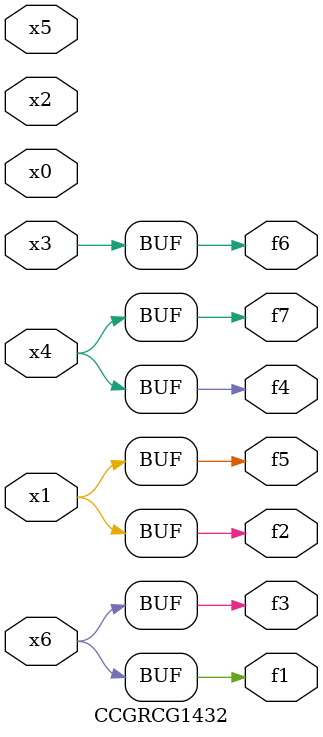
<source format=v>
module CCGRCG1432(
	input x0, x1, x2, x3, x4, x5, x6,
	output f1, f2, f3, f4, f5, f6, f7
);
	assign f1 = x6;
	assign f2 = x1;
	assign f3 = x6;
	assign f4 = x4;
	assign f5 = x1;
	assign f6 = x3;
	assign f7 = x4;
endmodule

</source>
